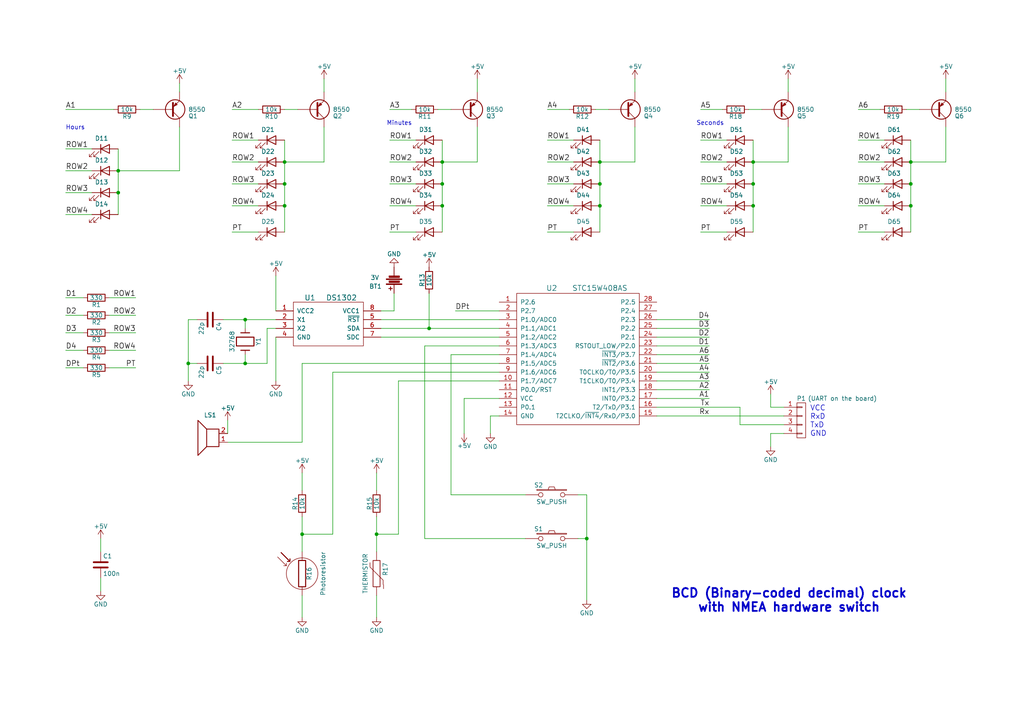
<source format=kicad_sch>
(kicad_sch (version 20250114) (generator "eeschema") (generator_version "9.0")
  (paper "A4")
  (title_block (date "2025-08-02") (company "Yuri"))
  (lib_symbols
    (symbol "C_1" (pin_numbers (hide yes)) (pin_names (offset 0.254) (hide yes))
      (property "Reference" "C" (at 0.635 2.54 0))
      (property "Value" "C" (at 0.635 -2.54 0))
      (symbol "C_1_1_1"
        (pin passive line (at 0 3.81 270) (length 2.794) (name "~") (number "1"))
        (pin passive line (at 0 -3.81 90) (length 2.794) (name "~") (number "2"))
      )
    )
    (symbol "C_2" (pin_numbers (hide yes)) (pin_names (offset 0.254) (hide yes))
      (property "Reference" "C" (at 0.635 2.54 0))
      (property "Value" "C" (at 0.635 -2.54 0))
      (symbol "C_2_1_1"
        (pin passive line (at 0 3.81 270) (length 2.794) (name "~") (number "1"))
        (pin passive line (at 0 -3.81 90) (length 2.794) (name "~") (number "2"))
      )
    )
    (symbol "Device:Speaker" (pin_names (offset 0) (hide yes))
      (property "Reference" "LS" (at 1.27 5.715 0))
      (property "Value" "Speaker" (at 1.27 3.81 0))
      (symbol "Speaker_1_1"
        (pin input line (at -5.08 0 0) (length 2.54) (name "1") (number "1"))
        (pin input line (at -5.08 -2.54 0) (length 2.54) (name "2") (number "2"))
      )
    )
    (symbol "LED_1" (pin_numbers (hide yes)) (pin_names (offset 1.016) (hide yes))
      (property "Reference" "D" (at 0 2.54 0))
      (property "Value" "LED" (at 0 -2.54 0))
      (symbol "LED_1_1_1"
        (pin passive line (at -3.81 0 0) (length 2.54) (name "K") (number "1"))
        (pin passive line (at 3.81 0 180) (length 2.54) (name "A") (number "2"))
      )
    )
    (symbol "S8550_1" (pin_numbers (hide yes)) (pin_names (offset 0) (hide yes))
      (property "Reference" "Q" (at 5.08 1.905 0))
      (property "Value" "S8550" (at 5.08 0 0))
      (property "Footprint" "TO-92" (at 5.08 -1.905 0))
      (symbol "S8550_1_1_1"
        (pin input line (at -5.08 0 0) (length 5.08) (name "B") (number "2"))
        (pin passive line (at 2.54 5.08 270) (length 2.54) (name "C") (number "3"))
        (pin passive line (at 2.54 -5.08 90) (length 2.54) (name "E") (number "1"))
      )
    )
    (symbol "S8550_2" (pin_numbers (hide yes)) (pin_names (offset 0) (hide yes))
      (property "Reference" "Q" (at 5.08 1.905 0))
      (property "Value" "S8550" (at 5.08 0 0))
      (property "Footprint" "TO-92" (at 5.08 -1.905 0))
      (symbol "S8550_2_1_1"
        (pin input line (at -5.08 0 0) (length 5.08) (name "B") (number "2"))
        (pin passive line (at 2.54 5.08 270) (length 2.54) (name "C") (number "3"))
        (pin passive line (at 2.54 -5.08 90) (length 2.54) (name "E") (number "1"))
      )
    )
    (symbol "S8550_3" (pin_numbers (hide yes)) (pin_names (offset 0) (hide yes))
      (property "Reference" "Q" (at 5.08 1.905 0))
      (property "Value" "S8550" (at 5.08 0 0))
      (property "Footprint" "TO-92" (at 5.08 -1.905 0))
      (symbol "S8550_3_1_1"
        (pin input line (at -5.08 0 0) (length 5.08) (name "B") (number "2"))
        (pin passive line (at 2.54 5.08 270) (length 2.54) (name "C") (number "3"))
        (pin passive line (at 2.54 -5.08 90) (length 2.54) (name "E") (number "1"))
      )
    )
    (symbol "S8550_4" (pin_numbers (hide yes)) (pin_names (offset 0) (hide yes))
      (property "Reference" "Q" (at 5.08 1.905 0))
      (property "Value" "S8550" (at 5.08 0 0))
      (property "Footprint" "TO-92" (at 5.08 -1.905 0))
      (symbol "S8550_4_1_1"
        (pin input line (at -5.08 0 0) (length 5.08) (name "B") (number "2"))
        (pin passive line (at 2.54 5.08 270) (length 2.54) (name "C") (number "3"))
        (pin passive line (at 2.54 -5.08 90) (length 2.54) (name "E") (number "1"))
      )
    )
    (symbol "S8550_5" (pin_numbers (hide yes)) (pin_names (offset 0) (hide yes))
      (property "Reference" "Q" (at 5.08 1.905 0))
      (property "Value" "S8550" (at 5.08 0 0))
      (property "Footprint" "TO-92" (at 5.08 -1.905 0))
      (symbol "S8550_5_1_1"
        (pin input line (at -5.08 0 0) (length 5.08) (name "B") (number "2"))
        (pin passive line (at 2.54 5.08 270) (length 2.54) (name "C") (number "3"))
        (pin passive line (at 2.54 -5.08 90) (length 2.54) (name "E") (number "1"))
      )
    )
    (symbol "S8550_6" (pin_numbers (hide yes)) (pin_names (offset 0) (hide yes))
      (property "Reference" "Q" (at 5.08 1.905 0))
      (property "Value" "S8550" (at 5.08 0 0))
      (property "Footprint" "TO-92" (at 5.08 -1.905 0))
      (symbol "S8550_6_1_1"
        (pin input line (at -5.08 0 0) (length 5.08) (name "B") (number "2"))
        (pin passive line (at 2.54 5.08 270) (length 2.54) (name "C") (number "3"))
        (pin passive line (at 2.54 -5.08 90) (length 2.54) (name "E") (number "1"))
      )
    )
    (symbol "stc_diyclock-rescue:+5V" (power) (pin_names (offset 0))
      (property "Value" "+5V" (at 0 3.556 0))
      (symbol "+5V_1_1"
        (pin power_in line (at 0 0 90) (length 0) (hide yes) (name "+5V") (number "1"))
      )
    )
    (symbol "stc_diyclock-rescue:Battery" (pin_numbers (hide yes)) (pin_names (offset 0))
      (property "Reference" "BT" (at 2.54 1.27 0))
      (property "Value" "Battery" (at 2.54 -1.27 0))
      (symbol "Battery_1_1"
        (pin passive line (at 0 3.81 270) (length 2.54) (name "~") (number "1"))
        (pin passive line (at 0 -3.81 90) (length 2.54) (name "~") (number "2"))
      )
    )
    (symbol "stc_diyclock-rescue:C" (pin_numbers (hide yes)) (pin_names (offset 0.254))
      (property "Reference" "C" (at 0.635 2.54 0))
      (property "Value" "C" (at 0.635 -2.54 0))
      (symbol "C_1_1"
        (pin passive line (at 0 3.81 270) (length 2.794) (name "~") (number "1"))
        (pin passive line (at 0 -3.81 90) (length 2.794) (name "~") (number "2"))
      )
    )
    (symbol "stc_diyclock-rescue:CONN_01X04" (pin_names (offset 1.016) (hide yes))
      (property "Reference" "P" (at 0 6.35 0))
      (property "Value" "CONN_01X04" (at 2.54 0 90))
      (symbol "CONN_01X04_1_1"
        (pin passive line (at -5.08 3.81 0) (length 3.81) (name "P1") (number "1"))
        (pin passive line (at -5.08 1.27 0) (length 3.81) (name "P2") (number "2"))
        (pin passive line (at -5.08 -1.27 0) (length 3.81) (name "P3") (number "3"))
        (pin passive line (at -5.08 -3.81 0) (length 3.81) (name "P4") (number "4"))
      )
    )
    (symbol "stc_diyclock-rescue:Crystal" (pin_numbers (hide yes)) (pin_names (offset 1.016) (hide yes))
      (property "Reference" "Y" (at 0 3.81 0))
      (property "Value" "Crystal" (at 0 -3.81 0))
      (symbol "Crystal_1_1"
        (pin passive line (at -3.81 0 0) (length 1.27) (name "1") (number "1"))
        (pin passive line (at 3.81 0 180) (length 1.27) (name "2") (number "2"))
      )
    )
    (symbol "stc_diyclock-rescue:DS1302" (pin_names (offset 1.016))
      (property "Reference" "U" (at 0 7.62 0))
      (property "Value" "DS1302" (at 0 -7.62 0))
      (symbol "DS1302_1_1"
        (pin input line (at -15.24 3.81 0) (length 5.08) (name "VCC2") (number "1"))
        (pin input line (at -15.24 1.27 0) (length 5.08) (name "X1") (number "2"))
        (pin output line (at -15.24 -1.27 0) (length 5.08) (name "X2") (number "3"))
        (pin power_in line (at -15.24 -3.81 0) (length 5.08) (name "GND") (number "4"))
        (pin power_in line (at 15.24 3.81 180) (length 5.08) (name "VCC1") (number "8"))
        (pin input line (at 15.24 1.27 180) (length 5.08) (name "~{RST}") (number "5"))
        (pin bidirectional line (at 15.24 -1.27 180) (length 5.08) (name "SDA") (number "6"))
        (pin input line (at 15.24 -3.81 180) (length 5.08) (name "SDC") (number "7"))
      )
    )
    (symbol "stc_diyclock-rescue:GND" (power) (pin_names (offset 0))
      (property "Value" "GND" (at 0 -3.81 0))
      (symbol "GND_1_1"
        (pin power_in line (at 0 0 270) (length 0) (hide yes) (name "GND") (number "1"))
      )
    )
    (symbol "stc_diyclock-rescue:Photores" (pin_numbers (hide yes)) (pin_names (offset 0))
      (property "Reference" "R" (at 2.032 0 90))
      (property "Value" "Photores" (at 5.334 0 90))
      (symbol "Photores_1_1"
        (pin passive line (at 0 6.35 270) (length 2.54) (name "~") (number "1"))
        (pin passive line (at 0 -6.35 90) (length 2.54) (name "~") (number "2"))
      )
    )
    (symbol "stc_diyclock-rescue:R" (pin_numbers (hide yes)) (pin_names (offset 0))
      (property "Reference" "R" (at 2.032 0 90))
      (property "Value" "R" (at 0 0 90))
      (symbol "R_1_1"
        (pin passive line (at 0 3.81 270) (length 1.27) (name "~") (number "1"))
        (pin passive line (at 0 -3.81 90) (length 1.27) (name "~") (number "2"))
      )
    )
    (symbol "stc_diyclock-rescue:STC15W408AS" (pin_names (offset 1.016))
      (property "Reference" "U" (at 0 20.32 0))
      (property "Value" "STC15W408AS" (at 0 -20.32 0))
      (symbol "STC15W408AS_1_1"
        (pin bidirectional line (at -22.86 16.51 0) (length 5.08) (name "P2.6") (number "1"))
        (pin bidirectional line (at -22.86 13.97 0) (length 5.08) (name "P2.7") (number "2"))
        (pin bidirectional line (at -22.86 11.43 0) (length 5.08) (name "P1.0/ADC0") (number "3"))
        (pin bidirectional line (at -22.86 8.89 0) (length 5.08) (name "P1.1/ADC1") (number "4"))
        (pin bidirectional line (at -22.86 6.35 0) (length 5.08) (name "P1.2/ADC2") (number "5"))
        (pin bidirectional line (at -22.86 3.81 0) (length 5.08) (name "P1.3/ADC3") (number "6"))
        (pin bidirectional line (at -22.86 1.27 0) (length 5.08) (name "P1.4/ADC4") (number "7"))
        (pin bidirectional line (at -22.86 -1.27 0) (length 5.08) (name "P1.5/ADC5") (number "8"))
        (pin bidirectional line (at -22.86 -3.81 0) (length 5.08) (name "P1.6/ADC6") (number "9"))
        (pin bidirectional line (at -22.86 -6.35 0) (length 5.08) (name "P1.7/ADC7") (number "10"))
        (pin bidirectional line (at -22.86 -8.89 0) (length 5.08) (name "P0.0/RST") (number "11"))
        (pin power_in line (at -22.86 -11.43 0) (length 5.08) (name "VCC") (number "12"))
        (pin bidirectional line (at -22.86 -13.97 0) (length 5.08) (name "P0.1") (number "13"))
        (pin input line (at -22.86 -16.51 0) (length 5.08) (name "GND") (number "14"))
        (pin bidirectional line (at 22.86 16.51 180) (length 5.08) (name "P2.5") (number "28"))
        (pin bidirectional line (at 22.86 13.97 180) (length 5.08) (name "P2.4") (number "27"))
        (pin bidirectional line (at 22.86 11.43 180) (length 5.08) (name "P2.3") (number "26"))
        (pin bidirectional line (at 22.86 8.89 180) (length 5.08) (name "P2.2") (number "25"))
        (pin bidirectional line (at 22.86 6.35 180) (length 5.08) (name "P2.1") (number "24"))
        (pin bidirectional line (at 22.86 3.81 180) (length 5.08) (name "RSTOUT_LOW/P2.0") (number "23"))
        (pin bidirectional line (at 22.86 1.27 180) (length 5.08) (name "~{INT3}/P3.7") (number "22"))
        (pin bidirectional line (at 22.86 -1.27 180) (length 5.08) (name "~{INT2}/P3.6") (number "21"))
        (pin bidirectional line (at 22.86 -3.81 180) (length 5.08) (name "T0CLKO/T0/P3.5") (number "20"))
        (pin bidirectional line (at 22.86 -6.35 180) (length 5.08) (name "T1CLKO/T0/P3.4") (number "19"))
        (pin bidirectional line (at 22.86 -8.89 180) (length 5.08) (name "INT1/P3.3") (number "18"))
        (pin bidirectional line (at 22.86 -11.43 180) (length 5.08) (name "INT0/P3.2") (number "17"))
        (pin bidirectional line (at 22.86 -13.97 180) (length 5.08) (name "T2/TxD/P3.1") (number "16"))
        (pin bidirectional line (at 22.86 -16.51 180) (length 5.08) (name "T2CLKO/~{INT4}/RxD/P3.0") (number "15"))
      )
    )
    (symbol "stc_diyclock-rescue:SW_PUSH" (pin_numbers (hide yes)) (pin_names (offset 1.016) (hide yes))
      (property "Reference" "SW" (at 3.81 2.794 0))
      (property "Value" "SW_PUSH" (at 0 -2.032 0))
      (symbol "SW_PUSH_0_1"
        (pin passive inverted (at -7.62 0 0) (length 5.08) (name "1") (number "1"))
        (pin passive inverted (at 7.62 0 180) (length 5.08) (name "2") (number "2"))
      )
    )
    (symbol "stc_diyclock-rescue:THERMISTOR" (pin_numbers (hide yes)) (pin_names (offset 0))
      (property "Reference" "TH" (at 2.54 1.27 90))
      (property "Value" "THERMISTOR" (at -2.54 0 90))
      (symbol "THERMISTOR_0_1"
        (text "-" (at 1.905 -3.81 900) (effects (font (size 1.524 1.524))))
      )
      (symbol "THERMISTOR_1_1"
        (pin passive line (at 0 6.35 270) (length 2.54) (name "~") (number "1"))
        (pin passive line (at 0 -6.35 90) (length 2.54) (name "~") (number "2"))
      )
    )
  )
  (text "VCC\nRxD\nTxD\nGND" (at 234.95 126.746 0) (effects (font (size 1.524 1.524)) (justify left bottom)))
  (text "Seconds" (at 205.994 35.814 0) (effects (font (size 1.27 1.27))))
  (text "Hours" (at 21.844 37.084 0) (effects (font (size 1.27 1.27))))
  (text "Minutes" (at 115.824 35.814 0) (effects (font (size 1.27 1.27))))
  (text "BCD (Binary-coded decimal) clock\nwith NMEA hardware switch" (at 228.854 174.244 0) (effects (font (size 2.54 2.54) (thickness 0.508) (bold yes))))
  (junction (at 264.16 46.99))
  (junction (at 173.99 46.99))
  (junction (at 82.55 46.99))
  (junction (at 109.22 154.94))
  (junction (at 128.27 59.69))
  (junction (at 54.61 105.41))
  (junction (at 124.46 95.25))
  (junction (at 218.44 46.99))
  (junction (at 173.99 53.34))
  (junction (at 128.27 53.34))
  (junction (at 218.44 59.69))
  (junction (at 34.29 49.53))
  (junction (at 87.63 154.94))
  (junction (at 128.27 46.99))
  (junction (at 82.55 53.34))
  (junction (at 71.12 92.71))
  (junction (at 170.18 156.21))
  (junction (at 264.16 59.69))
  (junction (at 264.16 53.34))
  (junction (at 218.44 53.34))
  (junction (at 71.12 105.41))
  (junction (at 34.29 55.88))
  (junction (at 173.99 59.69))
  (junction (at 82.55 59.69))
  (wire (pts (xy 123.19 156.21) (xy 152.4 156.21)))
  (wire (pts (xy 190.5 113.03) (xy 205.74 113.03)))
  (wire (pts (xy 54.61 105.41) (xy 57.15 105.41)))
  (wire (pts (xy 190.5 95.25) (xy 205.74 95.25)))
  (wire (pts (xy 96.52 107.95) (xy 144.78 107.95)))
  (wire (pts (xy 170.18 143.51) (xy 167.64 143.51)))
  (wire (pts (xy 228.6 26.67) (xy 228.6 22.86)))
  (wire (pts (xy 82.55 31.75) (xy 86.36 31.75)))
  (wire (pts (xy 31.75 96.52) (xy 39.37 96.52)))
  (wire (pts (xy 158.75 46.99) (xy 166.37 46.99)))
  (wire (pts (xy 71.12 95.25) (xy 71.12 92.71)))
  (wire (pts (xy 248.92 53.34) (xy 256.54 53.34)))
  (wire (pts (xy 227.33 125.73) (xy 223.52 125.73)))
  (wire (pts (xy 87.63 154.94) (xy 96.52 154.94)))
  (wire (pts (xy 138.43 26.67) (xy 138.43 22.86)))
  (wire (pts (xy 109.22 149.86) (xy 109.22 154.94)))
  (wire (pts (xy 31.75 106.68) (xy 39.37 106.68)))
  (wire (pts (xy 67.31 46.99) (xy 74.93 46.99)))
  (wire (pts (xy 158.75 59.69) (xy 166.37 59.69)))
  (wire (pts (xy 190.5 110.49) (xy 205.74 110.49)))
  (wire (pts (xy 170.18 156.21) (xy 170.18 173.99)))
  (wire (pts (xy 248.92 67.31) (xy 256.54 67.31)))
  (wire (pts (xy 44.45 31.75) (xy 40.64 31.75)))
  (wire (pts (xy 128.27 40.64) (xy 128.27 46.99)))
  (wire (pts (xy 113.03 46.99) (xy 120.65 46.99)))
  (wire (pts (xy 214.63 123.19) (xy 214.63 118.11)))
  (wire (pts (xy 228.6 36.83) (xy 228.6 46.99)))
  (wire (pts (xy 31.75 86.36) (xy 39.37 86.36)))
  (wire (pts (xy 144.78 115.57) (xy 134.62 115.57)))
  (wire (pts (xy 228.6 46.99) (xy 218.44 46.99)))
  (wire (pts (xy 24.13 86.36) (xy 19.05 86.36)))
  (wire (pts (xy 144.78 120.65) (xy 142.24 120.65)))
  (wire (pts (xy 93.98 46.99) (xy 82.55 46.99)))
  (wire (pts (xy 190.5 107.95) (xy 205.74 107.95)))
  (wire (pts (xy 264.16 40.64) (xy 264.16 46.99)))
  (wire (pts (xy 24.13 91.44) (xy 19.05 91.44)))
  (wire (pts (xy 158.75 53.34) (xy 166.37 53.34)))
  (wire (pts (xy 223.52 125.73) (xy 223.52 129.54)))
  (wire (pts (xy 255.27 31.75) (xy 248.92 31.75)))
  (wire (pts (xy 110.49 97.79) (xy 144.78 97.79)))
  (wire (pts (xy 158.75 67.31) (xy 166.37 67.31)))
  (wire (pts (xy 77.47 105.41) (xy 77.47 95.25)))
  (wire (pts (xy 218.44 53.34) (xy 218.44 59.69)))
  (wire (pts (xy 34.29 49.53) (xy 34.29 55.88)))
  (wire (pts (xy 113.03 59.69) (xy 120.65 59.69)))
  (wire (pts (xy 34.29 55.88) (xy 34.29 62.23)))
  (wire (pts (xy 173.99 46.99) (xy 173.99 53.34)))
  (wire (pts (xy 31.75 91.44) (xy 39.37 91.44)))
  (wire (pts (xy 184.15 36.83) (xy 184.15 46.99)))
  (wire (pts (xy 87.63 154.94) (xy 87.63 160.02)))
  (wire (pts (xy 31.75 101.6) (xy 39.37 101.6)))
  (wire (pts (xy 203.2 40.64) (xy 210.82 40.64)))
  (wire (pts (xy 209.55 31.75) (xy 203.2 31.75)))
  (wire (pts (xy 96.52 107.95) (xy 96.52 154.94)))
  (wire (pts (xy 158.75 40.64) (xy 166.37 40.64)))
  (wire (pts (xy 223.52 118.11) (xy 227.33 118.11)))
  (wire (pts (xy 173.99 40.64) (xy 173.99 46.99)))
  (wire (pts (xy 190.5 100.33) (xy 205.74 100.33)))
  (wire (pts (xy 248.92 59.69) (xy 256.54 59.69)))
  (wire (pts (xy 190.5 102.87) (xy 205.74 102.87)))
  (wire (pts (xy 80.01 80.01) (xy 80.01 90.17)))
  (wire (pts (xy 119.38 31.75) (xy 113.03 31.75)))
  (wire (pts (xy 128.27 59.69) (xy 128.27 67.31)))
  (wire (pts (xy 113.03 40.64) (xy 120.65 40.64)))
  (wire (pts (xy 218.44 40.64) (xy 218.44 46.99)))
  (wire (pts (xy 109.22 172.72) (xy 109.22 179.07)))
  (wire (pts (xy 248.92 40.64) (xy 256.54 40.64)))
  (wire (pts (xy 190.5 97.79) (xy 205.74 97.79)))
  (wire (pts (xy 110.49 95.25) (xy 124.46 95.25)))
  (wire (pts (xy 34.29 43.18) (xy 34.29 49.53)))
  (wire (pts (xy 24.13 96.52) (xy 19.05 96.52)))
  (wire (pts (xy 128.27 53.34) (xy 128.27 59.69)))
  (wire (pts (xy 144.78 110.49) (xy 115.57 110.49)))
  (wire (pts (xy 71.12 105.41) (xy 71.12 102.87)))
  (wire (pts (xy 67.31 53.34) (xy 74.93 53.34)))
  (wire (pts (xy 109.22 154.94) (xy 109.22 160.02)))
  (wire (pts (xy 264.16 46.99) (xy 264.16 53.34)))
  (wire (pts (xy 52.07 49.53) (xy 34.29 49.53)))
  (wire (pts (xy 109.22 142.24) (xy 109.22 137.16)))
  (wire (pts (xy 124.46 85.09) (xy 124.46 95.25)))
  (wire (pts (xy 110.49 92.71) (xy 144.78 92.71)))
  (wire (pts (xy 29.21 156.21) (xy 29.21 160.02)))
  (wire (pts (xy 274.32 36.83) (xy 274.32 46.99)))
  (wire (pts (xy 170.18 156.21) (xy 167.64 156.21)))
  (wire (pts (xy 87.63 128.27) (xy 66.04 128.27)))
  (wire (pts (xy 19.05 62.23) (xy 26.67 62.23)))
  (wire (pts (xy 264.16 59.69) (xy 264.16 67.31)))
  (wire (pts (xy 223.52 114.3) (xy 223.52 118.11)))
  (wire (pts (xy 203.2 59.69) (xy 210.82 59.69)))
  (wire (pts (xy 67.31 67.31) (xy 74.93 67.31)))
  (wire (pts (xy 113.03 53.34) (xy 120.65 53.34)))
  (wire (pts (xy 190.5 115.57) (xy 205.74 115.57)))
  (wire (pts (xy 130.81 102.87) (xy 130.81 143.51)))
  (wire (pts (xy 87.63 149.86) (xy 87.63 154.94)))
  (wire (pts (xy 142.24 120.65) (xy 142.24 125.73)))
  (wire (pts (xy 266.7 31.75) (xy 262.89 31.75)))
  (wire (pts (xy 220.98 31.75) (xy 217.17 31.75)))
  (wire (pts (xy 190.5 120.65) (xy 227.33 120.65)))
  (wire (pts (xy 82.55 40.64) (xy 82.55 46.99)))
  (wire (pts (xy 54.61 92.71) (xy 54.61 105.41)))
  (wire (pts (xy 264.16 46.99) (xy 274.32 46.99)))
  (wire (pts (xy 218.44 46.99) (xy 218.44 53.34)))
  (wire (pts (xy 24.13 101.6) (xy 19.05 101.6)))
  (wire (pts (xy 110.49 90.17) (xy 114.3 90.17)))
  (wire (pts (xy 214.63 118.11) (xy 190.5 118.11)))
  (wire (pts (xy 274.32 26.67) (xy 274.32 22.86)))
  (wire (pts (xy 190.5 105.41) (xy 205.74 105.41)))
  (wire (pts (xy 124.46 95.25) (xy 144.78 95.25)))
  (wire (pts (xy 67.31 40.64) (xy 74.93 40.64)))
  (wire (pts (xy 80.01 92.71) (xy 71.12 92.71)))
  (wire (pts (xy 165.1 31.75) (xy 158.75 31.75)))
  (wire (pts (xy 19.05 49.53) (xy 26.67 49.53)))
  (wire (pts (xy 66.04 121.92) (xy 66.04 125.73)))
  (wire (pts (xy 264.16 53.34) (xy 264.16 59.69)))
  (wire (pts (xy 173.99 53.34) (xy 173.99 59.69)))
  (wire (pts (xy 109.22 154.94) (xy 115.57 154.94)))
  (wire (pts (xy 52.07 26.67) (xy 52.07 24.13)))
  (wire (pts (xy 184.15 46.99) (xy 173.99 46.99)))
  (wire (pts (xy 54.61 105.41) (xy 54.61 110.49)))
  (wire (pts (xy 144.78 90.17) (xy 132.08 90.17)))
  (wire (pts (xy 87.63 172.72) (xy 87.63 179.07)))
  (wire (pts (xy 130.81 31.75) (xy 127 31.75)))
  (wire (pts (xy 64.77 105.41) (xy 71.12 105.41)))
  (wire (pts (xy 71.12 105.41) (xy 77.47 105.41)))
  (wire (pts (xy 71.12 92.71) (xy 64.77 92.71)))
  (wire (pts (xy 19.05 55.88) (xy 26.67 55.88)))
  (wire (pts (xy 203.2 46.99) (xy 210.82 46.99)))
  (wire (pts (xy 128.27 46.99) (xy 128.27 53.34)))
  (wire (pts (xy 87.63 105.41) (xy 87.63 128.27)))
  (wire (pts (xy 87.63 142.24) (xy 87.63 137.16)))
  (wire (pts (xy 19.05 31.75) (xy 33.02 31.75)))
  (wire (pts (xy 184.15 26.67) (xy 184.15 22.86)))
  (wire (pts (xy 214.63 123.19) (xy 227.33 123.19)))
  (wire (pts (xy 82.55 59.69) (xy 82.55 67.31)))
  (wire (pts (xy 114.3 85.09) (xy 114.3 90.17)))
  (wire (pts (xy 144.78 102.87) (xy 130.81 102.87)))
  (wire (pts (xy 144.78 100.33) (xy 123.19 100.33)))
  (wire (pts (xy 173.99 59.69) (xy 173.99 67.31)))
  (wire (pts (xy 203.2 67.31) (xy 210.82 67.31)))
  (wire (pts (xy 93.98 36.83) (xy 93.98 46.99)))
  (wire (pts (xy 248.92 46.99) (xy 256.54 46.99)))
  (wire (pts (xy 93.98 26.67) (xy 93.98 22.86)))
  (wire (pts (xy 144.78 105.41) (xy 87.63 105.41)))
  (wire (pts (xy 176.53 31.75) (xy 172.72 31.75)))
  (wire (pts (xy 138.43 46.99) (xy 128.27 46.99)))
  (wire (pts (xy 82.55 53.34) (xy 82.55 59.69)))
  (wire (pts (xy 190.5 92.71) (xy 205.74 92.71)))
  (wire (pts (xy 29.21 167.64) (xy 29.21 171.45)))
  (wire (pts (xy 57.15 92.71) (xy 54.61 92.71)))
  (wire (pts (xy 134.62 115.57) (xy 134.62 125.73)))
  (wire (pts (xy 115.57 110.49) (xy 115.57 154.94)))
  (wire (pts (xy 203.2 53.34) (xy 210.82 53.34)))
  (wire (pts (xy 74.93 31.75) (xy 67.31 31.75)))
  (wire (pts (xy 113.03 67.31) (xy 120.65 67.31)))
  (wire (pts (xy 218.44 59.69) (xy 218.44 67.31)))
  (wire (pts (xy 138.43 36.83) (xy 138.43 46.99)))
  (wire (pts (xy 170.18 143.51) (xy 170.18 156.21)))
  (wire (pts (xy 123.19 100.33) (xy 123.19 156.21)))
  (wire (pts (xy 24.13 106.68) (xy 19.05 106.68)))
  (wire (pts (xy 82.55 46.99) (xy 82.55 53.34)))
  (wire (pts (xy 130.81 143.51) (xy 152.4 143.51)))
  (wire (pts (xy 52.07 36.83) (xy 52.07 49.53)))
  (wire (pts (xy 19.05 43.18) (xy 26.67 43.18)))
  (wire (pts (xy 80.01 97.79) (xy 80.01 110.49)))
  (wire (pts (xy 67.31 59.69) (xy 74.93 59.69)))
  (wire (pts (xy 80.01 95.25) (xy 77.47 95.25)))
  (label "D3" (at 19.05 96.52 0) (effects (font (size 1.524 1.524))))
  (label "D4" (at 19.05 101.6 0) (effects (font (size 1.524 1.524))))
  (label "ROW3" (at 248.92 53.34 0) (effects (font (size 1.524 1.524))))
  (label "ROW4" (at 113.03 59.69 0) (effects (font (size 1.524 1.524))))
  (label "DPt" (at 132.08 90.17 0) (effects (font (size 1.524 1.524))))
  (label "ROW4" (at 158.75 59.69 0) (effects (font (size 1.524 1.524))))
  (label "ROW2" (at 158.75 46.99 0) (effects (font (size 1.524 1.524))))
  (label "D1" (at 19.05 86.36 0) (effects (font (size 1.524 1.524))))
  (label "D2" (at 19.05 91.44 0) (effects (font (size 1.524 1.524))))
  (label "ROW4" (at 203.2 59.69 0) (effects (font (size 1.524 1.524))))
  (label "  " (at 132.08 118.11 0) (effects (font (size 1.524 1.524))))
  (label "PT" (at 158.75 67.31 0) (effects (font (size 1.524 1.524))))
  (label "A6" (at 248.92 31.75 0) (effects (font (size 1.524 1.524))))
  (label "ROW3" (at 203.2 53.34 0) (effects (font (size 1.524 1.524))))
  (label "ROW3" (at 158.75 53.34 0) (effects (font (size 1.524 1.524))))
  (label "ROW2" (at 39.37 91.44 180) (effects (font (size 1.524 1.524))))
  (label "ROW3" (at 67.31 53.34 0) (effects (font (size 1.524 1.524))))
  (label "A6" (at 205.74 102.87 180) (effects (font (size 1.524 1.524))))
  (label "A1" (at 205.74 115.57 180) (effects (font (size 1.524 1.524))))
  (label "A4" (at 158.75 31.75 0) (effects (font (size 1.524 1.524))))
  (label "ROW2" (at 203.2 46.99 0) (effects (font (size 1.524 1.524))))
  (label "ROW3" (at 113.03 53.34 0) (effects (font (size 1.524 1.524))))
  (label "ROW3" (at 19.05 55.88 0) (effects (font (size 1.524 1.524))))
  (label "ROW1" (at 39.37 86.36 180) (effects (font (size 1.524 1.524))))
  (label "ROW4" (at 248.92 59.69 0) (effects (font (size 1.524 1.524))))
  (label "D1" (at 205.74 100.33 180) (effects (font (size 1.524 1.524))))
  (label "A2" (at 67.31 31.75 0) (effects (font (size 1.524 1.524))))
  (label "ROW1" (at 67.31 40.64 0) (effects (font (size 1.524 1.524))))
  (label "PT" (at 203.2 67.31 0) (effects (font (size 1.524 1.524))))
  (label "D2" (at 205.74 97.79 180) (effects (font (size 1.524 1.524))))
  (label "ROW4" (at 19.05 62.23 0) (effects (font (size 1.524 1.524))))
  (label "PT" (at 39.37 106.68 180) (effects (font (size 1.524 1.524))))
  (label "A3" (at 205.74 110.49 180) (effects (font (size 1.524 1.524))))
  (label "  " (at 132.08 113.03 0) (effects (font (size 1.524 1.524))))
  (label "A5" (at 205.74 105.41 180) (effects (font (size 1.524 1.524))))
  (label "PT" (at 113.03 67.31 0) (effects (font (size 1.524 1.524))))
  (label "ROW1" (at 19.05 43.18 0) (effects (font (size 1.524 1.524))))
  (label "Rx" (at 205.74 120.65 180) (effects (font (size 1.524 1.524))))
  (label "ROW1" (at 248.92 40.64 0) (effects (font (size 1.524 1.524))))
  (label "ROW1" (at 113.03 40.64 0) (effects (font (size 1.524 1.524))))
  (label "Tx" (at 205.74 118.11 180) (effects (font (size 1.524 1.524))))
  (label "D4" (at 205.74 92.71 180) (effects (font (size 1.524 1.524))))
  (label "ROW2" (at 248.92 46.99 0) (effects (font (size 1.524 1.524))))
  (label "DPt" (at 19.05 106.68 0) (effects (font (size 1.524 1.524))))
  (label "PT" (at 248.92 67.31 0) (effects (font (size 1.524 1.524))))
  (label "ROW2" (at 113.03 46.99 0) (effects (font (size 1.524 1.524))))
  (label "A4" (at 205.74 107.95 180) (effects (font (size 1.524 1.524))))
  (label "A1" (at 19.05 31.75 0) (effects (font (size 1.524 1.524))))
  (label "PT" (at 67.31 67.31 0) (effects (font (size 1.524 1.524))))
  (label "ROW1" (at 203.2 40.64 0) (effects (font (size 1.524 1.524))))
  (label "A5" (at 203.2 31.75 0) (effects (font (size 1.524 1.524))))
  (label "ROW2" (at 67.31 46.99 0) (effects (font (size 1.524 1.524))))
  (label "D3" (at 205.74 95.25 180) (effects (font (size 1.524 1.524))))
  (label "ROW1" (at 158.75 40.64 0) (effects (font (size 1.524 1.524))))
  (label "ROW4" (at 39.37 101.6 180) (effects (font (size 1.524 1.524))))
  (label "A2" (at 205.74 113.03 180) (effects (font (size 1.524 1.524))))
  (label "ROW3" (at 39.37 96.52 180) (effects (font (size 1.524 1.524))))
  (label "ROW4" (at 67.31 59.69 0) (effects (font (size 1.524 1.524))))
  (label "A3" (at 113.03 31.75 0) (effects (font (size 1.524 1.524))))
  (label "ROW2" (at 19.05 49.53 0) (effects (font (size 1.524 1.524))))
  (symbol (lib_name "LED_1") (lib_id "Device:LED") (at 260.35 53.34 0) (unit 1)
    (property "Reference" "D63" (at 259.334 50.292 0))
    (property "Value" "LED" (effects (hide yes)))
    (property "Footprint" "LED_THT:LED_D3.0mm" (effects (hide yes)))
    (property "Description" "Light emitting diode" (effects (hide yes)))
    (property "Sim.Pins" "1=K 2=A" (effects (hide yes)))
  )
  (symbol (lib_name "LED_1") (lib_id "Device:LED") (at 170.18 40.64 0) (unit 1)
    (property "Reference" "D41" (at 169.164 37.592 0))
    (property "Value" "LED" (effects (hide yes)))
    (property "Footprint" "LED_THT:LED_D3.0mm" (effects (hide yes)))
    (property "Description" "Light emitting diode" (effects (hide yes)))
    (property "Sim.Pins" "1=K 2=A" (effects (hide yes)))
  )
  (symbol (lib_id "stc_diyclock-rescue:R") (at 27.94 106.68 270) (unit 1)
    (property "Reference" "R5" (at 27.94 108.712 90))
    (property "Value" "330" (at 27.94 106.68 90))
    (property "Footprint" "Resistor_THT:R_Axial_DIN0204_L3.6mm_D1.6mm_P1.90mm_Vertical" (effects (hide yes)))
  )
  (symbol (lib_name "LED_1") (lib_id "Device:LED") (at 30.48 43.18 0) (unit 1)
    (property "Reference" "D11" (at 29.464 40.132 0))
    (property "Value" "LED" (effects (hide yes)))
    (property "Footprint" "LED_THT:LED_D3.0mm" (effects (hide yes)))
    (property "Description" "Light emitting diode" (effects (hide yes)))
    (property "Sim.Pins" "1=K 2=A" (effects (hide yes)))
  )
  (symbol (lib_id "stc_diyclock-rescue:GND") (at 80.01 110.49 0) (unit 1)
    (property "Reference" "#PWR09" (effects (hide yes)))
    (property "Value" "GND" (at 80.01 114.3 0))
  )
  (symbol (lib_name "LED_1") (lib_id "Device:LED") (at 78.74 46.99 0) (unit 1)
    (property "Reference" "D22" (at 77.724 43.942 0))
    (property "Value" "LED" (effects (hide yes)))
    (property "Footprint" "LED_THT:LED_D3.0mm" (effects (hide yes)))
    (property "Description" "Light emitting diode" (effects (hide yes)))
    (property "Sim.Pins" "1=K 2=A" (effects (hide yes)))
  )
  (symbol (lib_id "stc_diyclock-rescue:GND") (at 170.18 173.99 0) (mirror y) (unit 1)
    (property "Reference" "#PWR023" (effects (hide yes)))
    (property "Value" "GND" (at 170.18 177.8 0))
  )
  (symbol (lib_name "LED_1") (lib_id "Device:LED") (at 78.74 59.69 0) (unit 1)
    (property "Reference" "D24" (at 77.724 56.642 0))
    (property "Value" "LED" (effects (hide yes)))
    (property "Footprint" "LED_THT:LED_D3.0mm" (effects (hide yes)))
    (property "Description" "Light emitting diode" (effects (hide yes)))
    (property "Sim.Pins" "1=K 2=A" (effects (hide yes)))
  )
  (symbol (lib_id "stc_diyclock-rescue:Photores") (at 87.63 166.37 0) (unit 1)
    (property "Reference" "R16" (at 89.662 166.37 90))
    (property "Value" "Photoresistor" (at 92.964 166.37 90) (effects (justify top)))
  )
  (symbol (lib_name "LED_1") (lib_id "Device:LED") (at 214.63 40.64 0) (unit 1)
    (property "Reference" "D51" (at 213.614 37.592 0))
    (property "Value" "LED" (effects (hide yes)))
    (property "Footprint" "LED_THT:LED_D3.0mm" (effects (hide yes)))
    (property "Description" "Light emitting diode" (effects (hide yes)))
    (property "Sim.Pins" "1=K 2=A" (effects (hide yes)))
  )
  (symbol (lib_id "stc_diyclock-rescue:SW_PUSH") (at 160.02 143.51 0) (mirror y) (unit 1)
    (property "Reference" "S2" (at 156.21 140.716 0))
    (property "Value" "SW_PUSH" (at 160.02 145.542 0))
  )
  (symbol (lib_name "S8550_3") (lib_id "stc_diyclock-rescue:S8550") (at 135.89 31.75 0) (mirror x) (unit 1)
    (property "Reference" "Q3" (at 140.97 33.655 0) (effects (justify left)))
    (property "Value" "8550" (at 140.97 31.75 0) (effects (justify left)))
    (property "Footprint" "TO-92" (effects (hide yes)))
  )
  (symbol (lib_id "stc_diyclock-rescue:R") (at 123.19 31.75 270) (unit 1)
    (property "Reference" "R11" (at 123.19 33.782 90))
    (property "Value" "10k" (at 123.19 31.75 90))
    (property "Footprint" "Resistor_THT:R_Axial_DIN0204_L3.6mm_D1.6mm_P1.90mm_Vertical" (effects (hide yes)))
  )
  (symbol (lib_name "LED_1") (lib_id "Device:LED") (at 170.18 53.34 0) (unit 1)
    (property "Reference" "D43" (at 169.164 50.292 0))
    (property "Value" "LED" (effects (hide yes)))
    (property "Footprint" "LED_THT:LED_D3.0mm" (effects (hide yes)))
    (property "Description" "Light emitting diode" (effects (hide yes)))
    (property "Sim.Pins" "1=K 2=A" (effects (hide yes)))
  )
  (symbol (lib_id "stc_diyclock-rescue:+5V") (at 124.46 77.47 0) (unit 1)
    (property "Reference" "#PWR07" (effects (hide yes)))
    (property "Value" "+5V" (at 124.46 73.914 0))
  )
  (symbol (lib_name "LED_1") (lib_id "Device:LED") (at 124.46 53.34 0) (unit 1)
    (property "Reference" "D33" (at 123.444 50.292 0))
    (property "Value" "LED" (effects (hide yes)))
    (property "Footprint" "LED_THT:LED_D3.0mm" (effects (hide yes)))
    (property "Description" "Light emitting diode" (effects (hide yes)))
    (property "Sim.Pins" "1=K 2=A" (effects (hide yes)))
  )
  (symbol (lib_id "stc_diyclock-rescue:GND") (at 109.22 179.07 0) (unit 1)
    (property "Reference" "#PWR018" (effects (hide yes)))
    (property "Value" "GND" (at 109.22 182.88 0))
  )
  (symbol (lib_id "stc_diyclock-rescue:R") (at 124.46 81.28 180) (unit 1)
    (property "Reference" "R13" (at 122.428 81.28 90))
    (property "Value" "10k" (at 124.46 81.28 90))
    (property "Footprint" "Resistor_THT:R_Axial_DIN0204_L3.6mm_D1.6mm_P1.90mm_Vertical" (effects (hide yes)))
  )
  (symbol (lib_id "stc_diyclock-rescue:+5V") (at 184.15 22.86 0) (unit 1)
    (property "Reference" "#PWR032" (effects (hide yes)))
    (property "Value" "+5V" (at 184.15 19.304 0))
  )
  (symbol (lib_id "stc_diyclock-rescue:+5V") (at 109.22 137.16 0) (unit 1)
    (property "Reference" "#PWR017" (effects (hide yes)))
    (property "Value" "+5V" (at 109.22 133.604 0))
  )
  (symbol (lib_id "stc_diyclock-rescue:R") (at 87.63 146.05 180) (unit 1)
    (property "Reference" "R14" (at 85.598 146.05 90))
    (property "Value" "10k" (at 87.63 146.05 90))
    (property "Footprint" "Resistor_THT:R_Axial_DIN0204_L3.6mm_D1.6mm_P1.90mm_Vertical" (effects (hide yes)))
  )
  (symbol (lib_id "stc_diyclock-rescue:Battery") (at 114.3 81.28 180) (unit 1)
    (property "Reference" "BT1" (at 110.744 83.058 0) (effects (justify left)))
    (property "Value" "3V" (at 109.982 80.518 0) (effects (justify left)))
  )
  (symbol (lib_name "LED_1") (lib_id "Device:LED") (at 78.74 40.64 0) (unit 1)
    (property "Reference" "D21" (at 77.724 37.592 0))
    (property "Value" "LED" (effects (hide yes)))
    (property "Footprint" "LED_THT:LED_D3.0mm" (effects (hide yes)))
    (property "Description" "Light emitting diode" (effects (hide yes)))
    (property "Sim.Pins" "1=K 2=A" (effects (hide yes)))
  )
  (symbol (lib_name "LED_1") (lib_id "Device:LED") (at 170.18 59.69 0) (unit 1)
    (property "Reference" "D44" (at 169.164 56.642 0))
    (property "Value" "LED" (effects (hide yes)))
    (property "Footprint" "LED_THT:LED_D3.0mm" (effects (hide yes)))
    (property "Description" "Light emitting diode" (effects (hide yes)))
    (property "Sim.Pins" "1=K 2=A" (effects (hide yes)))
  )
  (symbol (lib_id "stc_diyclock-rescue:GND") (at 29.21 171.45 0) (unit 1)
    (property "Reference" "#PWR02" (effects (hide yes)))
    (property "Value" "GND" (at 29.21 175.26 0))
  )
  (symbol (lib_id "stc_diyclock-rescue:R") (at 259.08 31.75 270) (unit 1)
    (property "Reference" "R19" (at 259.08 33.782 90))
    (property "Value" "10k" (at 259.08 31.75 90))
    (property "Footprint" "Resistor_THT:R_Axial_DIN0204_L3.6mm_D1.6mm_P1.90mm_Vertical" (effects (hide yes)))
  )
  (symbol (lib_name "S8550_5") (lib_id "stc_diyclock-rescue:S8550") (at 226.06 31.75 0) (mirror x) (unit 1)
    (property "Reference" "Q5" (at 231.14 33.655 0) (effects (justify left)))
    (property "Value" "8550" (at 231.14 31.75 0) (effects (justify left)))
    (property "Footprint" "TO-92" (effects (hide yes)))
  )
  (symbol (lib_id "stc_diyclock-rescue:GND") (at 223.52 129.54 0) (unit 1)
    (property "Reference" "#PWR021" (effects (hide yes)))
    (property "Value" "GND" (at 223.52 133.35 0))
  )
  (symbol (lib_name "LED_1") (lib_id "Device:LED") (at 124.46 40.64 0) (unit 1)
    (property "Reference" "D31" (at 123.444 37.592 0))
    (property "Value" "LED" (effects (hide yes)))
    (property "Footprint" "LED_THT:LED_D3.0mm" (effects (hide yes)))
    (property "Description" "Light emitting diode" (effects (hide yes)))
    (property "Sim.Pins" "1=K 2=A" (effects (hide yes)))
  )
  (symbol (lib_id "stc_diyclock-rescue:GND") (at 54.61 110.49 0) (unit 1)
    (property "Reference" "#PWR06" (effects (hide yes)))
    (property "Value" "GND" (at 54.61 114.3 0))
  )
  (symbol (lib_id "stc_diyclock-rescue:+5V") (at 29.21 156.21 0) (unit 1)
    (property "Reference" "#PWR01" (effects (hide yes)))
    (property "Value" "+5V" (at 29.21 152.654 0))
  )
  (symbol (lib_id "Device:Speaker") (at 60.96 128.27 180) (unit 1)
    (property "Reference" "LS1" (at 60.96 120.396 0))
    (property "Value" "Speaker" (effects (hide yes)))
    (property "Description" "Speaker" (effects (hide yes)))
  )
  (symbol (lib_name "LED_1") (lib_id "Device:LED") (at 30.48 55.88 0) (unit 1)
    (property "Reference" "D13" (at 29.464 52.832 0))
    (property "Value" "LED" (effects (hide yes)))
    (property "Footprint" "LED_THT:LED_D3.0mm" (effects (hide yes)))
    (property "Description" "Light emitting diode" (effects (hide yes)))
    (property "Sim.Pins" "1=K 2=A" (effects (hide yes)))
  )
  (symbol (lib_id "stc_diyclock-rescue:+5V") (at 93.98 22.86 0) (unit 1)
    (property "Reference" "#PWR022" (effects (hide yes)))
    (property "Value" "+5V" (at 93.98 19.304 0))
  )
  (symbol (lib_id "stc_diyclock-rescue:C") (at 29.21 163.83 0) (unit 1)
    (property "Reference" "C1" (at 29.845 161.29 0) (effects (justify left)))
    (property "Value" "100n" (at 29.845 166.37 0) (effects (justify left)))
  )
  (symbol (lib_name "LED_1") (lib_id "Device:LED") (at 260.35 59.69 0) (unit 1)
    (property "Reference" "D64" (at 259.334 56.642 0))
    (property "Value" "LED" (effects (hide yes)))
    (property "Footprint" "LED_THT:LED_D3.0mm" (effects (hide yes)))
    (property "Description" "Light emitting diode" (effects (hide yes)))
    (property "Sim.Pins" "1=K 2=A" (effects (hide yes)))
  )
  (symbol (lib_name "LED_1") (lib_id "Device:LED") (at 214.63 53.34 0) (unit 1)
    (property "Reference" "D53" (at 213.614 50.292 0))
    (property "Value" "LED" (effects (hide yes)))
    (property "Footprint" "LED_THT:LED_D3.0mm" (effects (hide yes)))
    (property "Description" "Light emitting diode" (effects (hide yes)))
    (property "Sim.Pins" "1=K 2=A" (effects (hide yes)))
  )
  (symbol (lib_id "stc_diyclock-rescue:GND") (at 87.63 179.07 0) (unit 1)
    (property "Reference" "#PWR013" (effects (hide yes)))
    (property "Value" "GND" (at 87.63 182.88 0))
  )
  (symbol (lib_id "stc_diyclock-rescue:CONN_01X04") (at 232.41 121.92 0) (unit 1)
    (property "Reference" "P1" (at 232.41 115.57 0))
    (property "Value" "(UART on the board)" (at 244.348 115.57 0))
    (property "Footprint" "Connector_PinHeader_2.54mm:PinHeader_1x04_P2.54mm_Vertical" (effects (hide yes)))
  )
  (symbol (lib_name "LED_1") (lib_id "Device:LED") (at 78.74 53.34 0) (unit 1)
    (property "Reference" "D23" (at 77.724 50.292 0))
    (property "Value" "LED" (effects (hide yes)))
    (property "Footprint" "LED_THT:LED_D3.0mm" (effects (hide yes)))
    (property "Description" "Light emitting diode" (effects (hide yes)))
    (property "Sim.Pins" "1=K 2=A" (effects (hide yes)))
  )
  (symbol (lib_name "LED_1") (lib_id "Device:LED") (at 124.46 46.99 0) (unit 1)
    (property "Reference" "D32" (at 123.444 43.942 0))
    (property "Value" "LED" (effects (hide yes)))
    (property "Footprint" "LED_THT:LED_D3.0mm" (effects (hide yes)))
    (property "Description" "Light emitting diode" (effects (hide yes)))
    (property "Sim.Pins" "1=K 2=A" (effects (hide yes)))
  )
  (symbol (lib_id "stc_diyclock-rescue:+5V") (at 66.04 121.92 0) (unit 1)
    (property "Reference" "#PWR010" (effects (hide yes)))
    (property "Value" "+5V" (at 66.04 118.364 0))
  )
  (symbol (lib_id "stc_diyclock-rescue:THERMISTOR") (at 109.22 166.37 0) (unit 1)
    (property "Reference" "R17" (at 111.76 165.1 90))
    (property "Value" "THERMISTOR" (at 106.68 166.37 90) (effects (justify bottom)))
  )
  (symbol (lib_name "LED_1") (lib_id "Device:LED") (at 214.63 59.69 0) (unit 1)
    (property "Reference" "D54" (at 213.614 56.642 0))
    (property "Value" "LED" (effects (hide yes)))
    (property "Footprint" "LED_THT:LED_D3.0mm" (effects (hide yes)))
    (property "Description" "Light emitting diode" (effects (hide yes)))
    (property "Sim.Pins" "1=K 2=A" (effects (hide yes)))
  )
  (symbol (lib_name "LED_1") (lib_id "Device:LED") (at 78.74 67.31 0) (unit 1)
    (property "Reference" "D25" (at 77.724 64.262 0))
    (property "Value" "LED" (effects (hide yes)))
    (property "Footprint" "LED_THT:LED_D3.0mm" (effects (hide yes)))
    (property "Description" "Light emitting diode" (effects (hide yes)))
    (property "Sim.Pins" "1=K 2=A" (effects (hide yes)))
  )
  (symbol (lib_id "stc_diyclock-rescue:R") (at 27.94 96.52 270) (unit 1)
    (property "Reference" "R3" (at 27.94 98.552 90))
    (property "Value" "330" (at 27.94 96.52 90))
    (property "Footprint" "Resistor_THT:R_Axial_DIN0204_L3.6mm_D1.6mm_P1.90mm_Vertical" (effects (hide yes)))
  )
  (symbol (lib_id "stc_diyclock-rescue:+5V") (at 138.43 22.86 0) (unit 1)
    (property "Reference" "#PWR024" (effects (hide yes)))
    (property "Value" "+5V" (at 138.43 19.304 0))
  )
  (symbol (lib_id "stc_diyclock-rescue:+5V") (at 134.62 125.73 180) (unit 1)
    (property "Reference" "#PWR04" (effects (hide yes)))
    (property "Value" "+5V" (at 134.62 129.286 0))
  )
  (symbol (lib_name "LED_1") (lib_id "Device:LED") (at 30.48 62.23 0) (unit 1)
    (property "Reference" "D14" (at 29.464 59.182 0))
    (property "Value" "LED" (effects (hide yes)))
    (property "Footprint" "LED_THT:LED_D3.0mm" (effects (hide yes)))
    (property "Description" "Light emitting diode" (effects (hide yes)))
    (property "Sim.Pins" "1=K 2=A" (effects (hide yes)))
  )
  (symbol (lib_id "stc_diyclock-rescue:+5V") (at 80.01 80.01 0) (unit 1)
    (property "Reference" "#PWR03" (effects (hide yes)))
    (property "Value" "+5V" (at 80.01 76.454 0))
  )
  (symbol (lib_id "stc_diyclock-rescue:R") (at 213.36 31.75 270) (unit 1)
    (property "Reference" "R18" (at 213.36 33.782 90))
    (property "Value" "10k" (at 213.36 31.75 90))
  )
  (symbol (lib_id "stc_diyclock-rescue:R") (at 36.83 31.75 270) (unit 1)
    (property "Reference" "R9" (at 36.83 33.782 90))
    (property "Value" "10k" (at 36.83 31.75 90))
    (property "Footprint" "Resistor_THT:R_Axial_DIN0204_L3.6mm_D1.6mm_P1.90mm_Vertical" (effects (hide yes)))
  )
  (symbol (lib_name "LED_1") (lib_id "Device:LED") (at 124.46 59.69 0) (unit 1)
    (property "Reference" "D34" (at 123.444 56.642 0))
    (property "Value" "LED" (effects (hide yes)))
    (property "Footprint" "LED_THT:LED_D3.0mm" (effects (hide yes)))
    (property "Description" "Light emitting diode" (effects (hide yes)))
    (property "Sim.Pins" "1=K 2=A" (effects (hide yes)))
  )
  (symbol (lib_id "stc_diyclock-rescue:R") (at 168.91 31.75 270) (unit 1)
    (property "Reference" "R12" (at 168.91 33.782 90))
    (property "Value" "10k" (at 168.91 31.75 90))
    (property "Footprint" "Resistor_THT:R_Axial_DIN0204_L3.6mm_D1.6mm_P1.90mm_Vertical" (effects (hide yes)))
  )
  (symbol (lib_name "LED_1") (lib_id "Device:LED") (at 260.35 40.64 0) (unit 1)
    (property "Reference" "D61" (at 259.334 37.592 0))
    (property "Value" "LED" (effects (hide yes)))
    (property "Footprint" "LED_THT:LED_D3.0mm" (effects (hide yes)))
    (property "Description" "Light emitting diode" (effects (hide yes)))
    (property "Sim.Pins" "1=K 2=A" (effects (hide yes)))
  )
  (symbol (lib_name "LED_1") (lib_id "Device:LED") (at 124.46 67.31 0) (unit 1)
    (property "Reference" "D35" (at 123.444 64.262 0))
    (property "Value" "LED" (effects (hide yes)))
    (property "Footprint" "LED_THT:LED_D3.0mm" (effects (hide yes)))
    (property "Description" "Light emitting diode" (effects (hide yes)))
    (property "Sim.Pins" "1=K 2=A" (effects (hide yes)))
  )
  (symbol (lib_id "stc_diyclock-rescue:Crystal") (at 71.12 99.06 270) (unit 1)
    (property "Reference" "Y1" (at 74.93 99.06 0))
    (property "Value" "32768" (at 67.31 99.06 0))
  )
  (symbol (lib_name "S8550_6") (lib_id "stc_diyclock-rescue:S8550") (at 271.78 31.75 0) (mirror x) (unit 1)
    (property "Reference" "Q6" (at 276.86 33.655 0) (effects (justify left)))
    (property "Value" "8550" (at 276.86 31.75 0) (effects (justify left)))
    (property "Footprint" "TO-92" (effects (hide yes)))
  )
  (symbol (lib_name "C_1") (lib_id "stc_diyclock-rescue:C") (at 60.96 92.71 270) (unit 1)
    (property "Reference" "C4" (at 63.5 93.345 0) (effects (justify left)))
    (property "Value" "22p" (at 58.42 93.345 0) (effects (justify left)))
  )
  (symbol (lib_name "LED_1") (lib_id "Device:LED") (at 260.35 46.99 0) (unit 1)
    (property "Reference" "D62" (at 259.334 43.942 0))
    (property "Value" "LED" (effects (hide yes)))
    (property "Footprint" "LED_THT:LED_D3.0mm" (effects (hide yes)))
    (property "Description" "Light emitting diode" (effects (hide yes)))
    (property "Sim.Pins" "1=K 2=A" (effects (hide yes)))
  )
  (symbol (lib_id "stc_diyclock-rescue:SW_PUSH") (at 160.02 156.21 0) (mirror y) (unit 1)
    (property "Reference" "S1" (at 156.21 153.416 0))
    (property "Value" "SW_PUSH" (at 160.02 158.242 0))
  )
  (symbol (lib_name "LED_1") (lib_id "Device:LED") (at 214.63 46.99 0) (unit 1)
    (property "Reference" "D52" (at 213.614 43.942 0))
    (property "Value" "LED" (effects (hide yes)))
    (property "Footprint" "LED_THT:LED_D3.0mm" (effects (hide yes)))
    (property "Description" "Light emitting diode" (effects (hide yes)))
    (property "Sim.Pins" "1=K 2=A" (effects (hide yes)))
  )
  (symbol (lib_id "stc_diyclock-rescue:STC15W408AS") (at 167.64 104.14 0) (unit 1)
    (property "Reference" "U2" (at 160.02 83.566 0) (effects (font (size 1.524 1.524))))
    (property "Value" "STC15W408AS" (at 173.99 83.566 0) (effects (font (size 1.524 1.524))))
  )
  (symbol (lib_name "LED_1") (lib_id "Device:LED") (at 170.18 46.99 0) (unit 1)
    (property "Reference" "D42" (at 169.164 43.942 0))
    (property "Value" "LED" (effects (hide yes)))
    (property "Footprint" "LED_THT:LED_D3.0mm" (effects (hide yes)))
    (property "Description" "Light emitting diode" (effects (hide yes)))
    (property "Sim.Pins" "1=K 2=A" (effects (hide yes)))
  )
  (symbol (lib_name "LED_1") (lib_id "Device:LED") (at 30.48 49.53 0) (unit 1)
    (property "Reference" "D12" (at 29.464 46.482 0))
    (property "Value" "LED" (effects (hide yes)))
    (property "Footprint" "LED_THT:LED_D3.0mm" (effects (hide yes)))
    (property "Description" "Light emitting diode" (effects (hide yes)))
    (property "Sim.Pins" "1=K 2=A" (effects (hide yes)))
  )
  (symbol (lib_id "stc_diyclock-rescue:R") (at 27.94 91.44 270) (unit 1)
    (property "Reference" "R2" (at 27.94 93.472 90))
    (property "Value" "330" (at 27.94 91.44 90))
    (property "Footprint" "Resistor_THT:R_Axial_DIN0204_L3.6mm_D1.6mm_P1.90mm_Vertical" (effects (hide yes)))
  )
  (symbol (lib_name "S8550_2") (lib_id "stc_diyclock-rescue:S8550") (at 91.44 31.75 0) (mirror x) (unit 1)
    (property "Reference" "Q2" (at 96.52 33.655 0) (effects (justify left)))
    (property "Value" "8550" (at 96.52 31.75 0) (effects (justify left)))
    (property "Footprint" "TO-92" (effects (hide yes)))
  )
  (symbol (lib_name "S8550_4") (lib_id "stc_diyclock-rescue:S8550") (at 181.61 31.75 0) (mirror x) (unit 1)
    (property "Reference" "Q4" (at 186.69 33.655 0) (effects (justify left)))
    (property "Value" "8550" (at 186.69 31.75 0) (effects (justify left)))
    (property "Footprint" "TO-92" (effects (hide yes)))
  )
  (symbol (lib_id "stc_diyclock-rescue:GND") (at 114.3 77.47 180) (unit 1)
    (property "Reference" "#PWR05" (effects (hide yes)))
    (property "Value" "GND" (at 114.3 73.66 0))
  )
  (symbol (lib_id "stc_diyclock-rescue:R") (at 27.94 101.6 270) (unit 1)
    (property "Reference" "R4" (at 27.94 103.632 90))
    (property "Value" "330" (at 27.94 101.6 90))
    (property "Footprint" "Resistor_THT:R_Axial_DIN0204_L3.6mm_D1.6mm_P1.90mm_Vertical" (effects (hide yes)))
  )
  (symbol (lib_id "stc_diyclock-rescue:DS1302") (at 95.25 93.98 0) (unit 1)
    (property "Reference" "U1" (at 89.916 86.36 0) (effects (font (size 1.524 1.524))))
    (property "Value" "DS1302" (at 99.06 86.36 0) (effects (font (size 1.524 1.524))))
  )
  (symbol (lib_id "stc_diyclock-rescue:GND") (at 142.24 125.73 0) (unit 1)
    (property "Reference" "#PWR019" (effects (hide yes)))
    (property "Value" "GND" (at 142.24 129.54 0))
  )
  (symbol (lib_id "stc_diyclock-rescue:+5V") (at 87.63 137.16 0) (unit 1)
    (property "Reference" "#PWR012" (effects (hide yes)))
    (property "Value" "+5V" (at 87.63 133.604 0))
  )
  (symbol (lib_name "S8550_1") (lib_id "stc_diyclock-rescue:S8550") (at 49.53 31.75 0) (mirror x) (unit 1)
    (property "Reference" "Q1" (at 54.61 33.655 0) (effects (justify left)))
    (property "Value" "8550" (at 54.61 31.75 0) (effects (justify left)))
    (property "Footprint" "TO-92" (effects (hide yes)))
  )
  (symbol (lib_id "stc_diyclock-rescue:+5V") (at 52.07 24.13 0) (unit 1)
    (property "Reference" "#PWR014" (effects (hide yes)))
    (property "Value" "+5V" (at 52.07 20.574 0))
  )
  (symbol (lib_name "LED_1") (lib_id "Device:LED") (at 260.35 67.31 0) (unit 1)
    (property "Reference" "D65" (at 259.334 64.262 0))
    (property "Value" "LED" (effects (hide yes)))
    (property "Footprint" "LED_THT:LED_D3.0mm" (effects (hide yes)))
    (property "Description" "Light emitting diode" (effects (hide yes)))
    (property "Sim.Pins" "1=K 2=A" (effects (hide yes)))
  )
  (symbol (lib_id "stc_diyclock-rescue:+5V") (at 223.52 114.3 0) (unit 1)
    (property "Reference" "#PWR020" (effects (hide yes)))
    (property "Value" "+5V" (at 223.52 110.744 0))
  )
  (symbol (lib_id "stc_diyclock-rescue:+5V") (at 228.6 22.86 0) (unit 1)
    (property "Reference" "#PWR025" (effects (hide yes)))
    (property "Value" "+5V" (at 228.6 19.304 0))
  )
  (symbol (lib_id "stc_diyclock-rescue:R") (at 78.74 31.75 270) (unit 1)
    (property "Reference" "R10" (at 78.74 33.782 90))
    (property "Value" "10k" (at 78.74 31.75 90))
    (property "Footprint" "Resistor_THT:R_Axial_DIN0204_L3.6mm_D1.6mm_P1.90mm_Vertical" (effects (hide yes)))
  )
  (symbol (lib_name "LED_1") (lib_id "Device:LED") (at 214.63 67.31 0) (unit 1)
    (property "Reference" "D55" (at 213.614 64.262 0))
    (property "Value" "LED" (effects (hide yes)))
    (property "Footprint" "LED_THT:LED_D3.0mm" (effects (hide yes)))
    (property "Description" "Light emitting diode" (effects (hide yes)))
    (property "Sim.Pins" "1=K 2=A" (effects (hide yes)))
  )
  (symbol (lib_id "stc_diyclock-rescue:R") (at 27.94 86.36 270) (unit 1)
    (property "Reference" "R1" (at 27.94 88.392 90))
    (property "Value" "330" (at 27.94 86.36 90))
    (property "Footprint" "Resistor_THT:R_Axial_DIN0204_L3.6mm_D1.6mm_P1.90mm_Vertical" (effects (hide yes)))
  )
  (symbol (lib_id "stc_diyclock-rescue:R") (at 109.22 146.05 180) (unit 1)
    (property "Reference" "R15" (at 107.188 146.05 90))
    (property "Value" "10k" (at 109.22 146.05 90))
    (property "Footprint" "Resistor_THT:R_Axial_DIN0204_L3.6mm_D1.6mm_P1.90mm_Vertical" (effects (hide yes)))
  )
  (symbol (lib_id "stc_diyclock-rescue:+5V") (at 274.32 22.86 0) (unit 1)
    (property "Reference" "#PWR026" (effects (hide yes)))
    (property "Value" "+5V" (at 274.32 19.304 0))
  )
  (symbol (lib_name "C_2") (lib_id "stc_diyclock-rescue:C") (at 60.96 105.41 270) (unit 1)
    (property "Reference" "C5" (at 63.5 106.045 0) (effects (justify left)))
    (property "Value" "22p" (at 58.42 106.045 0) (effects (justify left)))
  )
  (symbol (lib_name "LED_1") (lib_id "Device:LED") (at 170.18 67.31 0) (unit 1)
    (property "Reference" "D45" (at 169.164 64.262 0))
    (property "Value" "LED" (effects (hide yes)))
    (property "Footprint" "LED_THT:LED_D3.0mm" (effects (hide yes)))
    (property "Description" "Light emitting diode" (effects (hide yes)))
    (property "Sim.Pins" "1=K 2=A" (effects (hide yes)))
  )
)
</source>
